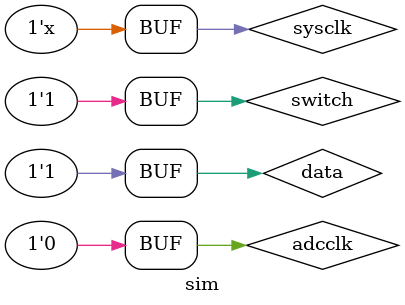
<source format=v>
`timescale 1ns / 1ps
/*     output cnv,
    input sysclk,
    output clkout,//L3
    input data,
    input adcclk,
    output [15:0]led,
    input switch*/
//////////////////////////////////////////////////////////////////////////////////


module sim();

reg sysclk=0, data=0, adcclk=0, switch=1;
wire cnv, clkout;
wire [15:0] led;

receiveData test(cnv,sysclk,clkout,data,adcclk,led,switch);

always #10 sysclk = ~sysclk;

initial begin
#5005 adcclk = 1; data = 1;
#100 adcclk = 0; data = 0;
#100 adcclk = 1; data = 1;
#100 adcclk = 0; data = 0;
#100 adcclk = 1; data = 0;
#100 adcclk = 0; data = 0;
#100 adcclk = 1; data = 0;
#100 adcclk = 0; data = 0;
#100 adcclk = 1; data = 0;
#100 adcclk = 0; data = 0;
#100 adcclk = 1; data = 1;
#100 adcclk = 0; data = 0;
#100 adcclk = 1; data = 1;
#100 adcclk = 0; data = 0;
#100 adcclk = 1; data = 1;switch = 0;
#100 adcclk = 0; data = 0; switch = 1;


#100 adcclk = 1; data = 1; switch = 1;
#100 adcclk = 0; data = 0;switch = 1;
#100 adcclk = 1; data = 1;
#100 adcclk = 0; data = 0;
#100 adcclk = 1; data = 1;
#100 adcclk = 0; data = 0;
#100 adcclk = 1; data = 1;
#100 adcclk = 0; data = 0;
#100 adcclk = 1; data = 0;
#100 adcclk = 0; data = 0;
#100 adcclk = 1; data = 0;
#100 adcclk = 0; data = 0;
#100 adcclk = 1; data = 1;
#100 adcclk = 0; data = 0;
#100 adcclk = 1; data = 1;
#100 adcclk = 0; data = 0; switch = 0;

#100 adcclk = 1; data = 1; switch = 1;
#100 adcclk = 0; data = 0;switch = 1;
#100 adcclk = 1; data = 1;
#100 adcclk = 0; data = 0;
#100 adcclk = 1; data = 0;
#100 adcclk = 0; data = 0;
#100 adcclk = 1; data = 0;
#100 adcclk = 0; data = 0;
#100 adcclk = 1; data = 0;
#100 adcclk = 0; data = 0;
#100 adcclk = 1; data = 1;
#100 adcclk = 0; data = 1;
#100 adcclk = 1; data = 1;
#100 adcclk = 0; data = 1;
#100 adcclk = 1; data = 1;
#100 adcclk = 0; data = 0; switch = 1;

#100 adcclk = 1; data = 1; switch = 0;
#100 adcclk = 0; data = 1;switch = 1;
#100 adcclk = 1; data = 1;
#100 adcclk = 0; data = 1;
#100 adcclk = 1; data = 1;
#100 adcclk = 0; data = 0;
#100 adcclk = 1; data = 0;
#100 adcclk = 0; data = 0;
#100 adcclk = 1; data = 0;
#100 adcclk = 0; data = 0;
#100 adcclk = 1; data = 1;
#100 adcclk = 0; data = 0;
#100 adcclk = 1; data = 1;
#100 adcclk = 0; data = 0;
#100 adcclk = 1; data = 1;
#100 adcclk = 0; data = 0; switch = 1;

#100 adcclk = 1; data = 1; switch = 0;
#100 adcclk = 0; data = 0;switch = 0;
#100 adcclk = 1; data = 0;
#100 adcclk = 0; data = 0;
#100 adcclk = 1; data = 1;
#100 adcclk = 0; data = 0;
#100 adcclk = 1; data = 1;
#100 adcclk = 0; data = 1;
#100 adcclk = 1; data = 1;
#100 adcclk = 0; data = 1;
#100 adcclk = 1; data = 1;
#100 adcclk = 0; data = 0;
#100 adcclk = 1; data = 0;
#100 adcclk = 0; data = 0;
#100 adcclk = 1; data = 0;switch = 0;
#100 adcclk = 0; data = 1; switch = 1;
end

endmodule
</source>
